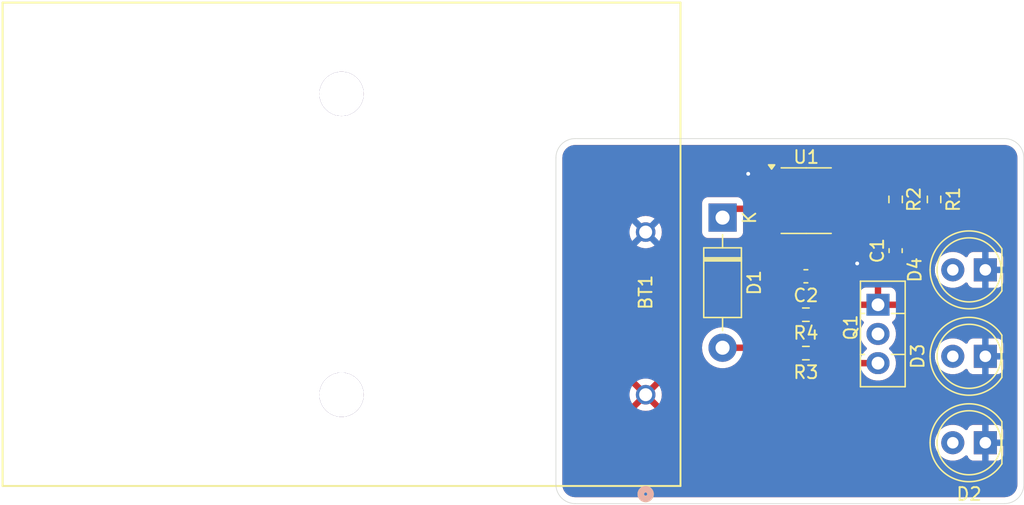
<source format=kicad_pcb>
(kicad_pcb (version 20240108) (generator "pcbnew") (generator_version "8.0")
  (layers (0 "F.Cu" signal) (31 "B.Cu" signal) (34 "B.Paste" user) (35 "F.Paste" user) (36 "B.SilkS" user "B.Silkscreen") (37 "F.SilkS" user "F.Silkscreen") (38 "B.Mask" user) (39 "F.Mask" user) (44 "Edge.Cuts" user))
  (net 0 "")
  (net 1 "GND")
  (net 2 "+5V")
  (net 3 "Net-(U1-THR)")
  (net 4 "Net-(D1-A)")
  (net 5 "Net-(D1-K)")
  (net 6 "Net-(D2-A)")
  (net 7 "Net-(Q1-B)")
  (net 8 "Net-(U1-DIS)")
  (footprint "Resistor_SMD:R_0603_1608Metric_Pad0.98x0.95mm_HandSolder" (layer "F.Cu") (at 162 112.5 -90)
    (property "Reference" "R2" (at 0 -1.43 90) (layer "F.SilkS"))
    (property "Value" "10k")
    (fp_line (start -0.254724 0.5225) (end 0.254724 0.5225) (stroke (width 0.12)) (layer "F.SilkS"))
    (fp_line (start -0.254724 -0.5225) (end 0.254724 -0.5225) (stroke (width 0.12)) (layer "F.SilkS"))
    (pad "1" smd roundrect (at -0.9125 0 270) (size 0.975 0.95) (layers "F.Cu" "F.Paste" "F.Mask") (net 8 "Net-(U1-DIS)"))
    (pad "2" smd roundrect (at 0.9125 0 270) (size 0.975 0.95) (layers "F.Cu" "F.Paste" "F.Mask") (net 3 "Net-(U1-THR)"))
  )
  (footprint "LED_THT:LED_D5.0mm_FlatTop" (layer "F.Cu") (at 169 124.75 180)
    (property "Reference" "D3" (at 5.275 0 -90) (layer "F.SilkS"))
    (property "Value" "LED")
    (fp_line (start -1.29 -1.64) (end -1.29 1.64) (stroke (width 0.12)) (layer "F.SilkS"))
    (fp_arc (start 4.309999 -0.001958) (mid 2.125106 2.917258) (end -1.29 1.639512) (stroke (width 0.12)) (layer "F.SilkS"))
    (fp_arc (start -1.29 -1.639512) (mid 2.125106 -2.917258) (end 4.309999 0.001958) (stroke (width 0.12)) (layer "F.SilkS"))
    (fp_circle (center 1.27 0) (end 3.77 0) (stroke (width 0.12)) (fill none) (layer "F.SilkS"))
    (pad "1" thru_hole rect (at 0 0 180) (size 1.8 1.8) (drill 0.9) (layers "*.Cu" "*.Mask") (net 1 "GND"))
    (pad "2" thru_hole circle (at 2.54 0 180) (size 1.8 1.8) (drill 0.9) (layers "*.Cu" "*.Mask") (net 6 "Net-(D2-A)"))
  )
  (footprint "Package_SO:SOIC-8_3.9x4.9mm_P1.27mm" (layer "F.Cu") (at 155.025 112.595)
    (property "Reference" "U1" (at 0 -3.4 0) (layer "F.SilkS"))
    (property "Value" "NE555D")
    (fp_line (start 0 -2.56) (end -1.95 -2.56) (stroke (width 0.12)) (layer "F.SilkS"))
    (fp_line (start 0 -2.56) (end 1.95 -2.56) (stroke (width 0.12)) (layer "F.SilkS"))
    (fp_line (start 0 2.56) (end -1.95 2.56) (stroke (width 0.12)) (layer "F.SilkS"))
    (fp_line (start 0 2.56) (end 1.95 2.56) (stroke (width 0.12)) (layer "F.SilkS"))
    (fp_poly (pts (xy -2.7 -2.465) (xy -2.94 -2.795) (xy -2.46 -2.795) (xy -2.7 -2.465)) (stroke (width 0.12)) (fill solid) (layer "F.SilkS"))
    (pad "1" smd roundrect (at -2.475 -1.905) (size 1.95 0.6) (layers "F.Cu" "F.Paste" "F.Mask") (net 1 "GND"))
    (pad "2" smd roundrect (at -2.475 -0.635) (size 1.95 0.6) (layers "F.Cu" "F.Paste" "F.Mask") (net 3 "Net-(U1-THR)"))
    (pad "3" smd roundrect (at -2.475 0.635) (size 1.95 0.6) (layers "F.Cu" "F.Paste" "F.Mask") (net 5 "Net-(D1-K)"))
    (pad "4" smd roundrect (at -2.475 1.905) (size 1.95 0.6) (layers "F.Cu" "F.Paste" "F.Mask"))
    (pad "5" smd roundrect (at 2.475 1.905) (size 1.95 0.6) (layers "F.Cu" "F.Paste" "F.Mask"))
    (pad "6" smd roundrect (at 2.475 0.635) (size 1.95 0.6) (layers "F.Cu" "F.Paste" "F.Mask") (net 3 "Net-(U1-THR)"))
    (pad "7" smd roundrect (at 2.475 -0.635) (size 1.95 0.6) (layers "F.Cu" "F.Paste" "F.Mask") (net 8 "Net-(U1-DIS)"))
    (pad "8" smd roundrect (at 2.475 -1.905) (size 1.95 0.6) (layers "F.Cu" "F.Paste" "F.Mask") (net 2 "+5V"))
  )
  (footprint "LED_THT:LED_D5.0mm_FlatTop" (layer "F.Cu") (at 169 131.5 180)
    (property "Reference" "D2" (at 1.27 -4.01 180) (layer "F.SilkS"))
    (property "Value" "LED")
    (fp_line (start -1.29 -1.64) (end -1.29 1.64) (stroke (width 0.12)) (layer "F.SilkS"))
    (fp_arc (start 4.309999 -0.001958) (mid 2.125106 2.917258) (end -1.29 1.639512) (stroke (width 0.12)) (layer "F.SilkS"))
    (fp_arc (start -1.29 -1.639512) (mid 2.125106 -2.917258) (end 4.309999 0.001958) (stroke (width 0.12)) (layer "F.SilkS"))
    (fp_circle (center 1.27 0) (end 3.77 0) (stroke (width 0.12)) (fill none) (layer "F.SilkS"))
    (pad "1" thru_hole rect (at 0 0 180) (size 1.8 1.8) (drill 0.9) (layers "*.Cu" "*.Mask") (net 1 "GND"))
    (pad "2" thru_hole circle (at 2.54 0 180) (size 1.8 1.8) (drill 0.9) (layers "*.Cu" "*.Mask") (net 6 "Net-(D2-A)"))
  )
  (footprint "Resistor_SMD:R_0603_1608Metric_Pad0.98x0.95mm_HandSolder" (layer "F.Cu") (at 155 121.5 180)
    (property "Reference" "R4" (at 0 -1.43 180) (layer "F.SilkS"))
    (property "Value" "220k")
    (fp_line (start -0.254724 0.5225) (end 0.254724 0.5225) (stroke (width 0.12)) (layer "F.SilkS"))
    (fp_line (start -0.254724 -0.5225) (end 0.254724 -0.5225) (stroke (width 0.12)) (layer "F.SilkS"))
    (pad "1" smd roundrect (at -0.9125 0 180) (size 0.975 0.95) (layers "F.Cu" "F.Paste" "F.Mask") (net 4 "Net-(D1-A)"))
    (pad "2" smd roundrect (at 0.9125 0 180) (size 0.975 0.95) (layers "F.Cu" "F.Paste" "F.Mask") (net 2 "+5V"))
  )
  (footprint "heart:2479PCB_37P49X52P63_KEY" (layer "F.Cu") (at 142.5 127.75 90)
    (property "Reference" "BT1" (at 8 0 90) (layer "F.SilkS"))
    (property "Value" "Battery")
    (fp_circle (center -7.7597 0) (end -7.3787 0) (stroke (width 0.508)) (fill none) (layer "B.SilkS"))
    (fp_line (start 30.6197 -50.165) (end -7.1247 -50.165) (stroke (width 0.1524)) (layer "F.SilkS"))
    (fp_line (start -7.1247 -50.165) (end -7.1247 2.7178) (stroke (width 0.1524)) (layer "F.SilkS"))
    (fp_line (start 30.6197 2.7178) (end 30.6197 -50.165) (stroke (width 0.1524)) (layer "F.SilkS"))
    (fp_line (start -7.1247 2.7178) (end 30.6197 2.7178) (stroke (width 0.1524)) (layer "F.SilkS"))
    (fp_circle (center -7.7597 0) (end -7.3787 0) (stroke (width 0.508)) (fill none) (layer "F.SilkS"))
    (pad "1" thru_hole circle (at 0 0 90) (size 1.524 1.524) (drill 1.016) (layers "*.Cu" "*.Mask") (net 2 "+5V"))
    (pad "2" thru_hole circle (at 12.7 0 90) (size 1.524 1.524) (drill 1.016) (layers "*.Cu" "*.Mask") (net 1 "GND"))
    (pad "3" thru_hole circle (at 0 -23.7236 180) (size 3.4544 3.4544) (drill 3.4544) (layers "*.Cu" "*.Mask"))
    (pad "4" thru_hole circle (at 23.495 -23.7236 180) (size 3.4544 3.4544) (drill 3.4544) (layers "*.Cu" "*.Mask"))
  )
  (footprint "Resistor_SMD:R_0603_1608Metric_Pad0.98x0.95mm_HandSolder" (layer "F.Cu") (at 155 124.5)
    (property "Reference" "R3" (at 0 1.5 0) (layer "F.SilkS"))
    (property "Value" "10k")
    (fp_line (start -0.254724 -0.5225) (end 0.254724 -0.5225) (stroke (width 0.12)) (layer "F.SilkS"))
    (fp_line (start -0.254724 0.5225) (end 0.254724 0.5225) (stroke (width 0.12)) (layer "F.SilkS"))
    (pad "1" smd roundrect (at -0.9125 0) (size 0.975 0.95) (layers "F.Cu" "F.Paste" "F.Mask") (net 4 "Net-(D1-A)"))
    (pad "2" smd roundrect (at 0.9125 0) (size 0.975 0.95) (layers "F.Cu" "F.Paste" "F.Mask") (net 7 "Net-(Q1-B)"))
  )
  (footprint "LED_THT:LED_D5.0mm_FlatTop" (layer "F.Cu") (at 169 118 180)
    (property "Reference" "D4" (at 5.5 0 -90) (layer "F.SilkS"))
    (property "Value" "LED")
    (fp_line (start -1.29 -1.64) (end -1.29 1.64) (stroke (width 0.12)) (layer "F.SilkS"))
    (fp_arc (start 4.309999 -0.001958) (mid 2.125106 2.917258) (end -1.29 1.639512) (stroke (width 0.12)) (layer "F.SilkS"))
    (fp_arc (start -1.29 -1.639512) (mid 2.125106 -2.917258) (end 4.309999 0.001958) (stroke (width 0.12)) (layer "F.SilkS"))
    (fp_circle (center 1.27 0) (end 3.77 0) (stroke (width 0.12)) (fill none) (layer "F.SilkS"))
    (pad "1" thru_hole rect (at 0 0 180) (size 1.8 1.8) (drill 0.9) (layers "*.Cu" "*.Mask") (net 1 "GND"))
    (pad "2" thru_hole circle (at 2.54 0 180) (size 1.8 1.8) (drill 0.9) (layers "*.Cu" "*.Mask") (net 6 "Net-(D2-A)"))
  )
  (footprint "Capacitor_SMD:C_0603_1608Metric_Pad1.08x0.95mm_HandSolder" (layer "F.Cu") (at 162 116.5 90)
    (property "Reference" "C1" (at 0 -1.43 270) (layer "F.SilkS"))
    (property "Value" "10u")
    (fp_line (start -0.146267 -0.51) (end 0.146267 -0.51) (stroke (width 0.12)) (layer "F.SilkS"))
    (fp_line (start -0.146267 0.51) (end 0.146267 0.51) (stroke (width 0.12)) (layer "F.SilkS"))
    (pad "1" smd roundrect (at -0.8625 0 90) (size 1.075 0.95) (layers "F.Cu" "F.Paste" "F.Mask") (net 1 "GND"))
    (pad "2" smd roundrect (at 0.8625 0 90) (size 1.075 0.95) (layers "F.Cu" "F.Paste" "F.Mask") (net 3 "Net-(U1-THR)"))
  )
  (footprint "Capacitor_SMD:C_0603_1608Metric_Pad1.08x0.95mm_HandSolder" (layer "F.Cu") (at 155 118.5)
    (property "Reference" "C2" (at 0 1.5 0) (layer "F.SilkS"))
    (property "Value" "100u")
    (fp_line (start -0.146267 -0.51) (end 0.146267 -0.51) (stroke (width 0.12)) (layer "F.SilkS"))
    (fp_line (start -0.146267 0.51) (end 0.146267 0.51) (stroke (width 0.12)) (layer "F.SilkS"))
    (pad "1" smd roundrect (at -0.8625 0) (size 1.075 0.95) (layers "F.Cu" "F.Paste" "F.Mask") (net 2 "+5V"))
    (pad "2" smd roundrect (at 0.8625 0) (size 1.075 0.95) (layers "F.Cu" "F.Paste" "F.Mask") (net 4 "Net-(D1-A)"))
  )
  (footprint "Resistor_SMD:R_0603_1608Metric_Pad0.98x0.95mm_HandSolder" (layer "F.Cu") (at 165 112.5 90)
    (property "Reference" "R1" (at 0 1.5 270) (layer "F.SilkS"))
    (property "Value" "120k")
    (fp_line (start -0.254724 -0.5225) (end 0.254724 -0.5225) (stroke (width 0.12)) (layer "F.SilkS"))
    (fp_line (start -0.254724 0.5225) (end 0.254724 0.5225) (stroke (width 0.12)) (layer "F.SilkS"))
    (pad "1" smd roundrect (at -0.9125 0 90) (size 0.975 0.95) (layers "F.Cu" "F.Paste" "F.Mask") (net 2 "+5V"))
    (pad "2" smd roundrect (at 0.9125 0 90) (size 0.975 0.95) (layers "F.Cu" "F.Paste" "F.Mask") (net 8 "Net-(U1-DIS)"))
  )
  (footprint "Diode_THT:D_DO-41_SOD81_P10.16mm_Horizontal" (layer "F.Cu") (at 148.5 113.92 -90)
    (property "Reference" "D1" (at 5.08 -2.47 90) (layer "F.SilkS"))
    (property "Value" "1N4007")
    (fp_line (start 2.36 1.47) (end 7.8 1.47) (stroke (width 0.12)) (layer "F.SilkS"))
    (fp_line (start 7.8 1.47) (end 7.8 -1.47) (stroke (width 0.12)) (layer "F.SilkS"))
    (fp_line (start 1.34 0) (end 2.36 0) (stroke (width 0.12)) (layer "F.SilkS"))
    (fp_line (start 8.82 0) (end 7.8 0) (stroke (width 0.12)) (layer "F.SilkS"))
    (fp_line (start 2.36 -1.47) (end 2.36 1.47) (stroke (width 0.12)) (layer "F.SilkS"))
    (fp_line (start 3.14 -1.47) (end 3.14 1.47) (stroke (width 0.12)) (layer "F.SilkS"))
    (fp_line (start 3.26 -1.47) (end 3.26 1.47) (stroke (width 0.12)) (layer "F.SilkS"))
    (fp_line (start 3.38 -1.47) (end 3.38 1.47) (stroke (width 0.12)) (layer "F.SilkS"))
    (fp_line (start 7.8 -1.47) (end 2.36 -1.47) (stroke (width 0.12)) (layer "F.SilkS"))
    (fp_text user "K" (at 0 -2.1 90) (layer "F.SilkS"))
    (pad "1" thru_hole rect (at 0 0 270) (size 2.2 2.2) (drill 1.1) (layers "*.Cu" "*.Mask") (net 5 "Net-(D1-K)"))
    (pad "2" thru_hole oval (at 10.16 0 270) (size 2.2 2.2) (drill 1.1) (layers "*.Cu" "*.Mask") (net 4 "Net-(D1-A)"))
  )
  (footprint "Package_TO_SOT_THT:TO-126-3_Vertical" (layer "F.Cu") (at 160.625 120.725 -90)
    (property "Reference" "Q1" (at 1.775 2.125 90) (layer "F.SilkS"))
    (property "Value" "BD136")
    (fp_line (start -1.841 1.37) (end 6.4 1.37) (stroke (width 0.12)) (layer "F.SilkS"))
    (fp_line (start 0.68 1.05) (end 0.68 1.37) (stroke (width 0.12)) (layer "F.SilkS"))
    (fp_line (start 3.88 1.05) (end 3.88 1.37) (stroke (width 0.12)) (layer "F.SilkS"))
    (fp_line (start -1.841 -2.12) (end -1.841 1.37) (stroke (width 0.12)) (layer "F.SilkS"))
    (fp_line (start -1.841 -2.12) (end 6.4 -2.12) (stroke (width 0.12)) (layer "F.SilkS"))
    (fp_line (start 0.68 -2.12) (end 0.68 -1.05) (stroke (width 0.12)) (layer "F.SilkS"))
    (fp_line (start 3.88 -2.12) (end 3.88 -1.05) (stroke (width 0.12)) (layer "F.SilkS"))
    (fp_line (start 6.4 -2.12) (end 6.4 1.37) (stroke (width 0.12)) (layer "F.SilkS"))
    (pad "1" thru_hole rect (at 0 0 270) (size 1.71 1.8) (drill 1) (layers "*.Cu" "*.Mask") (net 2 "+5V"))
    (pad "2" thru_hole oval (at 2.28 0 270) (size 1.71 1.8) (drill 1) (layers "*.Cu" "*.Mask") (net 6 "Net-(D2-A)"))
    (pad "3" thru_hole oval (at 4.56 0 270) (size 1.71 1.8) (drill 1) (layers "*.Cu" "*.Mask") (net 7 "Net-(Q1-B)"))
  )
  (gr_line (start 170.5 107.75) (end 137 107.75) (stroke (width 0.05)) (layer "Edge.Cuts"))
  (gr_arc (start 137 136.25) (mid 135.93934 135.81066) (end 135.5 134.75) (stroke (width 0.05)) (layer "Edge.Cuts"))
  (gr_line (start 172 134.75) (end 172 109.25) (stroke (width 0.05)) (layer "Edge.Cuts"))
  (gr_arc (start 172 134.75) (mid 171.56066 135.81066) (end 170.5 136.25) (stroke (width 0.05)) (layer "Edge.Cuts"))
  (gr_arc (start 135.5 109.25) (mid 135.93934 108.18934) (end 137 107.75) (stroke (width 0.05)) (layer "Edge.Cuts"))
  (gr_line (start 135.5 109.25) (end 135.5 134.75) (stroke (width 0.05)) (layer "Edge.Cuts"))
  (gr_line (start 137 136.25) (end 170.5 136.25) (stroke (width 0.05)) (layer "Edge.Cuts"))
  (gr_arc (start 170.5 107.75) (mid 171.56066 108.18934) (end 172 109.25) (stroke (width 0.05)) (layer "Edge.Cuts"))
  (segment (start 159.1375 117.3625) (end 159 117.5) (width 0.5) (layer "F.Cu") (net 1))
  (segment (start 162 117.3625) (end 159.1375 117.3625) (width 0.5) (layer "F.Cu") (net 1))
  (segment (start 150.69 110.69) (end 150.5 110.5) (width 0.5) (layer "F.Cu") (net 1))
  (segment (start 152.55 110.69) (end 150.69 110.69) (width 0.5) (layer "F.Cu") (net 1))
  (via (at 159 117.5) (size 0.6) (drill 0.3) (layers "F.Cu" "B.Cu") (net 1))
  (via (at 150.5 110.5) (size 0.6) (drill 0.3) (layers "F.Cu" "B.Cu") (net 1))
  (segment (start 155.73 113.23) (end 157.5 113.23) (width 0.5) (layer "F.Cu") (net 3))
  (segment (start 152.55 111.96) (end 154.46 111.96) (width 0.5) (layer "F.Cu") (net 3))
  (segment (start 162 113.4125) (end 157.6825 113.4125) (width 0.5) (layer "F.Cu") (net 3))
  (segment (start 162 113.4125) (end 162 115.6375) (width 0.5) (layer "F.Cu") (net 3))
  (segment (start 154.46 111.96) (end 155.73 113.23) (width 0.5) (layer "F.Cu") (net 3))
  (segment (start 157.6825 113.4125) (end 157.5 113.23) (width 0.5) (layer "F.Cu") (net 3))
  (segment (start 153.5 124.5) (end 153.08 124.08) (width 0.5) (layer "F.Cu") (net 4))
  (segment (start 153.08 124.08) (end 148.5 124.08) (width 0.5) (layer "F.Cu") (net 4))
  (segment (start 155.8625 121.45) (end 155.9125 121.5) (width 0.5) (layer "F.Cu") (net 4))
  (segment (start 154.0875 123.325) (end 155.9125 121.5) (width 0.5) (layer "F.Cu") (net 4))
  (segment (start 154.0875 124.5) (end 153.5 124.5) (width 0.5) (layer "F.Cu") (net 4))
  (segment (start 154.0875 124.5) (end 154.0875 123.325) (width 0.5) (layer "F.Cu") (net 4))
  (segment (start 155.8625 118.5) (end 155.8625 121.45) (width 0.5) (layer "F.Cu") (net 4))
  (segment (start 152.55 113.23) (end 149.19 113.23) (width 0.5) (layer "F.Cu") (net 5))
  (segment (start 149.19 113.23) (end 148.5 113.92) (width 0.5) (layer "F.Cu") (net 5))
  (segment (start 160.625 125.285) (end 156.6975 125.285) (width 0.5) (layer "F.Cu") (net 7))
  (segment (start 156.6975 125.285) (end 155.9125 124.5) (width 0.5) (layer "F.Cu") (net 7))
  (segment (start 159 112) (end 158.96 111.96) (width 0.5) (layer "F.Cu") (net 8))
  (segment (start 159.4125 111.5875) (end 159 112) (width 0.5) (layer "F.Cu") (net 8))
  (segment (start 165 111.5875) (end 162 111.5875) (width 0.5) (layer "F.Cu") (net 8))
  (segment (start 158.96 111.96) (end 157.5 111.96) (width 0.5) (layer "F.Cu") (net 8))
  (segment (start 162 111.5875) (end 159.4125 111.5875) (width 0.5) (layer "F.Cu") (net 8))
  (zone (net 2) (net_name "+5V") (layer "F.Cu") (connect_pads (clearance 0.5)) (min_thickness 0.25) (fill yes (thermal_gap 0.5) (thermal_bridge_width 0.5))
    (polygon (pts (xy 172 107.75) (xy 171.75 136) (xy 134 136) (xy 134.25 107.75)))
  )
  (zone (net 1) (net_name "GND") (layer "B.Cu") (priority 1) (connect_pads (clearance 0.5)) (min_thickness 0.25) (fill yes (thermal_gap 0.5) (thermal_bridge_width 0.5))
    (polygon (pts (xy 134 107.75) (xy 172 108) (xy 172 136.25) (xy 134 136)))
  )
)
</source>
